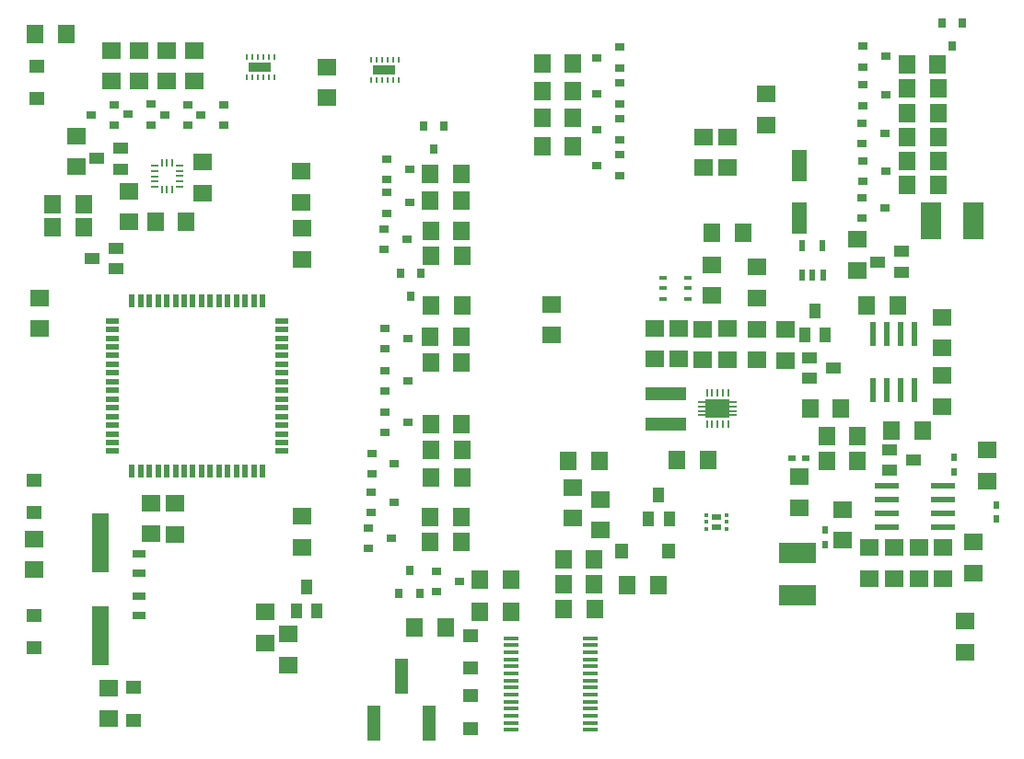
<source format=gtp>
G75*
%MOIN*%
%OFA0B0*%
%FSLAX25Y25*%
%IPPOS*%
%LPD*%
%AMOC8*
5,1,8,0,0,1.08239X$1,22.5*
%
%ADD10R,0.05906X0.21654*%
%ADD11R,0.04724X0.03150*%
%ADD12R,0.03150X0.03543*%
%ADD13R,0.03543X0.03150*%
%ADD14R,0.05512X0.03937*%
%ADD15R,0.03937X0.05512*%
%ADD16R,0.06299X0.07098*%
%ADD17R,0.02400X0.08700*%
%ADD18R,0.05512X0.11811*%
%ADD19R,0.08700X0.02400*%
%ADD20R,0.07098X0.06299*%
%ADD21R,0.05512X0.04724*%
%ADD22R,0.04700X0.02200*%
%ADD23R,0.02200X0.04700*%
%ADD24R,0.05500X0.01370*%
%ADD25R,0.01102X0.01969*%
%ADD26R,0.07874X0.03543*%
%ADD27R,0.02756X0.01575*%
%ADD28R,0.02362X0.04134*%
%ADD29R,0.02638X0.00984*%
%ADD30R,0.00984X0.02638*%
%ADD31R,0.06299X0.07087*%
%ADD32R,0.07087X0.06299*%
%ADD33R,0.04700X0.13000*%
%ADD34R,0.14567X0.04724*%
%ADD35R,0.00984X0.02756*%
%ADD36R,0.02756X0.00984*%
%ADD37R,0.08504X0.06693*%
%ADD38R,0.01378X0.01181*%
%ADD39R,0.03740X0.02362*%
%ADD40R,0.13386X0.07480*%
%ADD41R,0.07480X0.13386*%
%ADD42R,0.05000X0.05787*%
%ADD43R,0.01969X0.02756*%
%ADD44R,0.02756X0.01969*%
D10*
X0036567Y0052983D03*
X0036567Y0086842D03*
D11*
X0050567Y0082956D03*
X0050567Y0075869D03*
X0050667Y0067456D03*
X0050667Y0060369D03*
D12*
X0144727Y0068576D03*
X0152207Y0068576D03*
X0148467Y0076843D03*
X0148867Y0176082D03*
X0152607Y0184350D03*
X0145127Y0184350D03*
X0157367Y0229582D03*
X0161107Y0237850D03*
X0153627Y0237850D03*
X0341227Y0275150D03*
X0348707Y0275150D03*
X0344967Y0266882D03*
D13*
X0320797Y0263013D03*
X0312530Y0266753D03*
X0312530Y0259272D03*
X0312530Y0252753D03*
X0312530Y0245272D03*
X0312430Y0238853D03*
X0320697Y0235113D03*
X0312430Y0231372D03*
X0312530Y0225153D03*
X0312530Y0217672D03*
X0312430Y0211853D03*
X0312430Y0204372D03*
X0320697Y0208113D03*
X0320797Y0221413D03*
X0320797Y0249013D03*
X0224604Y0245872D03*
X0224604Y0240353D03*
X0224604Y0232872D03*
X0224604Y0227353D03*
X0224604Y0219872D03*
X0216336Y0223613D03*
X0216336Y0236613D03*
X0216336Y0249613D03*
X0224604Y0253353D03*
X0224604Y0258872D03*
X0224604Y0266353D03*
X0216336Y0262613D03*
X0148597Y0222213D03*
X0140330Y0225953D03*
X0140330Y0218472D03*
X0140330Y0213753D03*
X0148597Y0210013D03*
X0140330Y0206272D03*
X0139330Y0200553D03*
X0147597Y0196813D03*
X0139330Y0193072D03*
X0139630Y0164553D03*
X0139630Y0157072D03*
X0139530Y0149253D03*
X0147797Y0145513D03*
X0139530Y0141772D03*
X0139530Y0134253D03*
X0147797Y0130513D03*
X0139530Y0126772D03*
X0134830Y0119153D03*
X0134830Y0111672D03*
X0134730Y0105253D03*
X0142997Y0101513D03*
X0134730Y0097772D03*
X0133530Y0092253D03*
X0141797Y0088513D03*
X0133530Y0084772D03*
X0158330Y0076553D03*
X0166597Y0072813D03*
X0158330Y0069072D03*
X0143097Y0115413D03*
X0147897Y0160813D03*
X0081204Y0237972D03*
X0072936Y0241713D03*
X0068204Y0245553D03*
X0059936Y0241813D03*
X0055004Y0238272D03*
X0055004Y0245753D03*
X0046736Y0242013D03*
X0041604Y0245553D03*
X0033336Y0241813D03*
X0041604Y0238072D03*
X0068204Y0238072D03*
X0081204Y0245453D03*
D14*
X0043897Y0229753D03*
X0043897Y0222272D03*
X0035236Y0226013D03*
X0042397Y0193553D03*
X0042397Y0186072D03*
X0033736Y0189813D03*
X0293136Y0153853D03*
X0293136Y0146372D03*
X0301797Y0150113D03*
X0322336Y0120453D03*
X0322336Y0112972D03*
X0330997Y0116713D03*
X0326597Y0184872D03*
X0326597Y0192353D03*
X0317936Y0188613D03*
D15*
X0295367Y0170743D03*
X0299107Y0162082D03*
X0291627Y0162082D03*
X0238767Y0104243D03*
X0242507Y0095582D03*
X0235027Y0095582D03*
X0115107Y0062082D03*
X0107627Y0062082D03*
X0111367Y0070743D03*
D16*
X0150368Y0056213D03*
X0161565Y0056213D03*
X0174068Y0061713D03*
X0185265Y0061713D03*
X0185265Y0073613D03*
X0174068Y0073613D03*
X0167265Y0087113D03*
X0167265Y0096013D03*
X0156068Y0096013D03*
X0156068Y0087113D03*
X0156268Y0110613D03*
X0156268Y0120613D03*
X0156168Y0129713D03*
X0167365Y0129713D03*
X0167465Y0120613D03*
X0167465Y0110613D03*
X0204168Y0080713D03*
X0215365Y0080713D03*
X0227368Y0071513D03*
X0238565Y0071513D03*
X0215465Y0062913D03*
X0204268Y0062913D03*
X0206068Y0116513D03*
X0217265Y0116513D03*
X0167365Y0152213D03*
X0167265Y0161513D03*
X0156068Y0161513D03*
X0156168Y0152213D03*
X0156268Y0172713D03*
X0167465Y0172713D03*
X0167465Y0190813D03*
X0167365Y0199713D03*
X0156168Y0199713D03*
X0156268Y0190813D03*
X0156068Y0210813D03*
X0156068Y0220513D03*
X0167265Y0220513D03*
X0167265Y0210813D03*
X0196568Y0230613D03*
X0196568Y0240713D03*
X0196568Y0250613D03*
X0207765Y0250613D03*
X0207765Y0240713D03*
X0207765Y0230613D03*
X0207765Y0260613D03*
X0196568Y0260613D03*
X0257968Y0199113D03*
X0269165Y0199113D03*
X0314068Y0172713D03*
X0325265Y0172713D03*
X0304765Y0135313D03*
X0293568Y0135313D03*
X0299568Y0125313D03*
X0299568Y0116513D03*
X0310765Y0116513D03*
X0310765Y0125313D03*
X0322968Y0127513D03*
X0334165Y0127513D03*
X0328668Y0216613D03*
X0328668Y0225113D03*
X0328668Y0233913D03*
X0328768Y0242613D03*
X0328668Y0251413D03*
X0328568Y0260213D03*
X0339765Y0260213D03*
X0339865Y0251413D03*
X0339965Y0242613D03*
X0339865Y0233913D03*
X0339865Y0225113D03*
X0339865Y0216613D03*
X0030465Y0209513D03*
X0030565Y0201213D03*
X0019368Y0201213D03*
X0019268Y0209513D03*
X0024265Y0271213D03*
X0013068Y0271213D03*
D17*
X0316367Y0162613D03*
X0321367Y0162613D03*
X0326367Y0162613D03*
X0331367Y0162613D03*
X0331367Y0142013D03*
X0326367Y0142013D03*
X0321367Y0142013D03*
X0316367Y0142013D03*
D18*
X0289467Y0204564D03*
X0289467Y0223461D03*
D19*
X0321167Y0107613D03*
X0321167Y0102613D03*
X0321167Y0097613D03*
X0321167Y0092613D03*
X0341767Y0092613D03*
X0341767Y0097613D03*
X0341767Y0102613D03*
X0341767Y0107613D03*
D20*
X0039667Y0023014D03*
X0039667Y0034211D03*
X0012667Y0077014D03*
X0012667Y0088211D03*
X0054967Y0090014D03*
X0063567Y0089914D03*
X0063567Y0101111D03*
X0054967Y0101211D03*
X0096367Y0061811D03*
X0104767Y0053711D03*
X0096367Y0050614D03*
X0104767Y0042514D03*
X0109667Y0085114D03*
X0109667Y0096311D03*
X0014567Y0164414D03*
X0014567Y0175611D03*
X0047067Y0203014D03*
X0047067Y0214211D03*
X0027867Y0223014D03*
X0027867Y0234211D03*
X0040667Y0254014D03*
X0050667Y0254014D03*
X0060667Y0254014D03*
X0070667Y0254014D03*
X0070667Y0265211D03*
X0060667Y0265211D03*
X0050667Y0265211D03*
X0040667Y0265211D03*
X0073467Y0224711D03*
X0073467Y0213514D03*
X0109167Y0210114D03*
X0109667Y0200811D03*
X0109667Y0189614D03*
X0109167Y0221311D03*
X0237167Y0164511D03*
X0237167Y0153314D03*
X0263567Y0153114D03*
X0263567Y0164311D03*
X0274367Y0175514D03*
X0274367Y0186711D03*
X0284467Y0164111D03*
X0284467Y0152914D03*
X0310467Y0185514D03*
X0310467Y0196711D03*
X0341167Y0168611D03*
X0341167Y0157414D03*
X0341267Y0147311D03*
X0341267Y0136114D03*
X0357567Y0120411D03*
X0357567Y0109214D03*
X0352767Y0087111D03*
X0341667Y0085011D03*
X0332867Y0085011D03*
X0323867Y0085111D03*
X0314967Y0085111D03*
X0305367Y0087714D03*
X0305367Y0098911D03*
X0289667Y0099514D03*
X0289667Y0110711D03*
X0314967Y0073914D03*
X0323867Y0073914D03*
X0332867Y0073814D03*
X0341667Y0073814D03*
X0352767Y0075914D03*
X0349667Y0058411D03*
X0349667Y0047214D03*
X0207667Y0095714D03*
X0207667Y0106911D03*
X0277767Y0238214D03*
X0277767Y0249411D03*
D21*
X0170767Y0053118D03*
X0170767Y0041307D03*
X0170767Y0031418D03*
X0170767Y0019607D03*
X0048567Y0022607D03*
X0048567Y0034418D03*
X0012667Y0048707D03*
X0012667Y0060518D03*
X0012667Y0097707D03*
X0012667Y0109518D03*
X0013567Y0247707D03*
X0013567Y0259518D03*
D22*
X0040958Y0167235D03*
X0040958Y0164085D03*
X0040958Y0160935D03*
X0040958Y0157786D03*
X0040958Y0154636D03*
X0040958Y0151487D03*
X0040958Y0148337D03*
X0040958Y0145187D03*
X0040958Y0142038D03*
X0040958Y0138888D03*
X0040958Y0135739D03*
X0040958Y0132589D03*
X0040958Y0129439D03*
X0040958Y0126290D03*
X0040958Y0123140D03*
X0040958Y0119991D03*
X0102375Y0119991D03*
X0102375Y0123140D03*
X0102375Y0126290D03*
X0102375Y0129439D03*
X0102375Y0132589D03*
X0102375Y0135739D03*
X0102375Y0138888D03*
X0102375Y0142038D03*
X0102375Y0145187D03*
X0102375Y0148337D03*
X0102375Y0151487D03*
X0102375Y0154636D03*
X0102375Y0157786D03*
X0102375Y0160935D03*
X0102375Y0164085D03*
X0102375Y0167235D03*
D23*
X0095289Y0174321D03*
X0092139Y0174321D03*
X0088989Y0174321D03*
X0085840Y0174321D03*
X0082690Y0174321D03*
X0079541Y0174321D03*
X0076391Y0174321D03*
X0073241Y0174321D03*
X0070092Y0174321D03*
X0066942Y0174321D03*
X0063793Y0174321D03*
X0060643Y0174321D03*
X0057493Y0174321D03*
X0054344Y0174321D03*
X0051194Y0174321D03*
X0048045Y0174321D03*
X0048045Y0112904D03*
X0051194Y0112904D03*
X0054344Y0112904D03*
X0057493Y0112904D03*
X0060643Y0112904D03*
X0063793Y0112904D03*
X0066942Y0112904D03*
X0070092Y0112904D03*
X0073241Y0112904D03*
X0076391Y0112904D03*
X0079541Y0112904D03*
X0082690Y0112904D03*
X0085840Y0112904D03*
X0088989Y0112904D03*
X0092139Y0112904D03*
X0095289Y0112904D03*
D24*
X0185273Y0052246D03*
X0185273Y0049687D03*
X0185273Y0047128D03*
X0185273Y0044569D03*
X0185273Y0042010D03*
X0185273Y0039451D03*
X0185273Y0036892D03*
X0185273Y0034333D03*
X0185273Y0031774D03*
X0185273Y0029215D03*
X0185273Y0026656D03*
X0185273Y0024097D03*
X0185273Y0021538D03*
X0185273Y0018979D03*
X0214060Y0018979D03*
X0214060Y0021538D03*
X0214060Y0024097D03*
X0214060Y0026656D03*
X0214060Y0029215D03*
X0214060Y0031774D03*
X0214060Y0034333D03*
X0214060Y0036892D03*
X0214060Y0039451D03*
X0214060Y0042010D03*
X0214060Y0044569D03*
X0214060Y0047128D03*
X0214060Y0049687D03*
X0214060Y0052246D03*
D25*
X0144478Y0254392D03*
X0142509Y0254392D03*
X0140541Y0254392D03*
X0138572Y0254392D03*
X0136604Y0254392D03*
X0134635Y0254392D03*
X0134635Y0261872D03*
X0136604Y0261872D03*
X0138572Y0261872D03*
X0140541Y0261872D03*
X0142509Y0261872D03*
X0144478Y0261872D03*
X0099478Y0262872D03*
X0097509Y0262872D03*
X0095541Y0262872D03*
X0093572Y0262872D03*
X0091604Y0262872D03*
X0089635Y0262872D03*
X0089635Y0255392D03*
X0091604Y0255392D03*
X0093572Y0255392D03*
X0095541Y0255392D03*
X0097509Y0255392D03*
X0099478Y0255392D03*
D26*
X0094438Y0259132D03*
X0139438Y0258132D03*
D27*
X0240229Y0182752D03*
X0240229Y0179012D03*
X0240229Y0175272D03*
X0249245Y0175272D03*
X0249245Y0179012D03*
X0249245Y0182752D03*
D28*
X0290648Y0183799D03*
X0294388Y0183799D03*
X0298128Y0183799D03*
X0298089Y0194429D03*
X0290648Y0194429D03*
D29*
X0065373Y0215715D03*
X0065373Y0217683D03*
X0065373Y0219652D03*
X0065373Y0221620D03*
X0065373Y0223589D03*
X0056160Y0223550D03*
X0056160Y0221581D03*
X0056160Y0219613D03*
X0056160Y0217644D03*
X0056160Y0215676D03*
D30*
X0058798Y0214652D03*
X0060767Y0214652D03*
X0062735Y0214652D03*
X0062735Y0224573D03*
X0060767Y0224573D03*
X0058798Y0224573D03*
D31*
X0056755Y0203013D03*
X0067778Y0203013D03*
X0204255Y0071713D03*
X0215278Y0071713D03*
X0245455Y0116713D03*
X0256478Y0116713D03*
D32*
X0217467Y0102624D03*
X0217467Y0091601D03*
X0245967Y0153301D03*
X0254667Y0153201D03*
X0254667Y0164224D03*
X0245967Y0164324D03*
X0258067Y0176601D03*
X0258067Y0187624D03*
X0274367Y0164124D03*
X0274367Y0153101D03*
X0199867Y0162101D03*
X0199867Y0173124D03*
X0255067Y0222901D03*
X0263667Y0222801D03*
X0263667Y0233824D03*
X0255067Y0233924D03*
X0118667Y0248101D03*
X0118667Y0259124D03*
D33*
X0145467Y0038513D03*
X0155467Y0021513D03*
X0135467Y0021513D03*
D34*
X0241267Y0129801D03*
X0241267Y0140824D03*
D35*
X0256130Y0141082D03*
X0258098Y0141082D03*
X0260067Y0141082D03*
X0262035Y0141082D03*
X0264004Y0141082D03*
X0264004Y0129783D03*
X0262035Y0129743D03*
X0260067Y0129743D03*
X0258098Y0129743D03*
X0256130Y0129743D03*
D36*
X0254437Y0133050D03*
X0254437Y0134625D03*
X0254437Y0136200D03*
X0254437Y0137775D03*
X0265697Y0137775D03*
X0265697Y0136200D03*
X0265697Y0134625D03*
X0265697Y0133050D03*
D37*
X0260067Y0135413D03*
D38*
X0263267Y0096872D03*
X0263267Y0094313D03*
X0263267Y0091754D03*
X0256063Y0091754D03*
X0256063Y0094313D03*
X0256063Y0096872D03*
D39*
X0259645Y0096124D03*
X0259645Y0092462D03*
D40*
X0288967Y0083190D03*
X0288967Y0067835D03*
D41*
X0337189Y0203613D03*
X0352544Y0203613D03*
D42*
X0242331Y0083913D03*
X0225402Y0083913D03*
D43*
X0298967Y0086250D03*
X0298967Y0091369D03*
X0345567Y0112550D03*
X0345567Y0117669D03*
X0361067Y0100575D03*
X0361067Y0095457D03*
D44*
X0291929Y0117413D03*
X0286811Y0117413D03*
M02*

</source>
